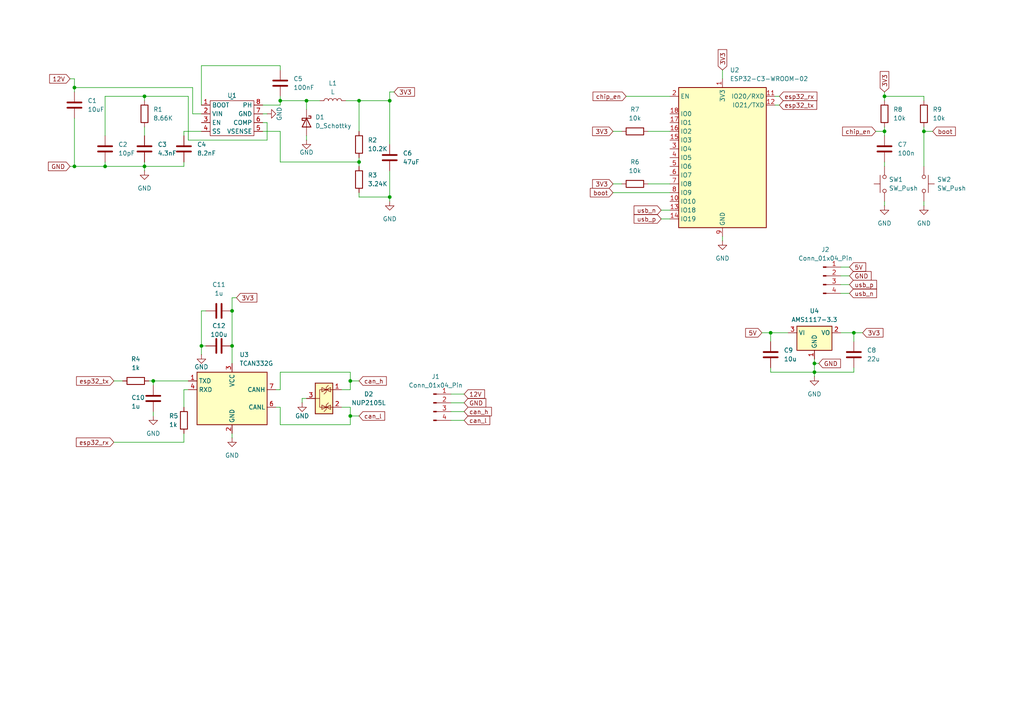
<source format=kicad_sch>
(kicad_sch (version 20250114) (generator "eeschema") (generator_version "9.0")
  (paper "A4")
  (lib_symbols
    (symbol "Connector:Conn_01x04_Pin" (pin_names (offset 1.016) (hide yes))
      (property "Reference" "J" (at 0 5.08 0))
      (property "Value" "Conn_01x04_Pin" (at 0 -7.62 0))
      (symbol "Conn_01x04_Pin_1_1"
        (rectangle (start 0.8636 2.667) (end 0 2.413) (stroke (width 0.1524)) (fill (type outline)))
        (rectangle (start 0.8636 0.127) (end 0 -0.127) (stroke (width 0.1524)) (fill (type outline)))
        (rectangle (start 0.8636 -2.413) (end 0 -2.667) (stroke (width 0.1524)) (fill (type outline)))
        (rectangle (start 0.8636 -4.953) (end 0 -5.207) (stroke (width 0.1524)) (fill (type outline)))
        (polyline (pts (xy 1.27 2.54) (xy 0.8636 2.54)) (stroke (width 0.1524)))
        (polyline (pts (xy 1.27 0) (xy 0.8636 0)) (stroke (width 0.1524)))
        (polyline (pts (xy 1.27 -2.54) (xy 0.8636 -2.54)) (stroke (width 0.1524)))
        (polyline (pts (xy 1.27 -5.08) (xy 0.8636 -5.08)) (stroke (width 0.1524)))
        (pin passive line (at 5.08 2.54 180) (length 3.81) (name "Pin_1") (number "1"))
        (pin passive line (at 5.08 0 180) (length 3.81) (name "Pin_2") (number "2"))
        (pin passive line (at 5.08 -2.54 180) (length 3.81) (name "Pin_3") (number "3"))
        (pin passive line (at 5.08 -5.08 180) (length 3.81) (name "Pin_4") (number "4"))
      )
    )
    (symbol "Device:C" (pin_numbers (hide yes)) (pin_names (offset 0.254))
      (property "Reference" "C" (at 0.635 2.54 0))
      (property "Value" "C" (at 0.635 -2.54 0))
      (symbol "C_0_1"
        (polyline (pts (xy -2.032 0.762) (xy 2.032 0.762)) (stroke (width 0.508)))
        (polyline (pts (xy -2.032 -0.762) (xy 2.032 -0.762)) (stroke (width 0.508)))
      )
      (symbol "C_1_1"
        (pin passive line (at 0 3.81 270) (length 2.794) (name "~") (number "1"))
        (pin passive line (at 0 -3.81 90) (length 2.794) (name "~") (number "2"))
      )
    )
    (symbol "Device:D_Schottky" (pin_numbers (hide yes)) (pin_names (offset 1.016) (hide yes))
      (property "Reference" "D" (at 0 2.54 0))
      (property "Value" "D_Schottky" (at 0 -2.54 0))
      (symbol "D_Schottky_0_1"
        (polyline (pts (xy -1.905 0.635) (xy -1.905 1.27) (xy -1.27 1.27) (xy -1.27 -1.27) (xy -0.635 -1.27) (xy -0.635 -0.635)) (stroke (width 0.254)))
        (polyline (pts (xy 1.27 1.27) (xy 1.27 -1.27) (xy -1.27 0) (xy 1.27 1.27)) (stroke (width 0.254)))
        (polyline (pts (xy 1.27 0) (xy -1.27 0)))
      )
      (symbol "D_Schottky_1_1"
        (pin passive line (at -3.81 0 0) (length 2.54) (name "K") (number "1"))
        (pin passive line (at 3.81 0 180) (length 2.54) (name "A") (number "2"))
      )
    )
    (symbol "Device:L" (pin_numbers (hide yes)) (pin_names (offset 1.016) (hide yes))
      (property "Reference" "L" (at -1.27 0 90))
      (property "Value" "L" (at 1.905 0 90))
      (symbol "L_0_1"
        (arc (start 0 2.54) (mid 0.6323 1.905) (end 0 1.27))
        (arc (start 0 1.27) (mid 0.6323 0.635) (end 0 0))
        (arc (start 0 0) (mid 0.6323 -0.635) (end 0 -1.27))
        (arc (start 0 -1.27) (mid 0.6323 -1.905) (end 0 -2.54))
      )
      (symbol "L_1_1"
        (pin passive line (at 0 3.81 270) (length 1.27) (name "1") (number "1"))
        (pin passive line (at 0 -3.81 90) (length 1.27) (name "2") (number "2"))
      )
    )
    (symbol "Device:R" (pin_numbers (hide yes)) (pin_names (offset 0))
      (property "Reference" "R" (at 2.032 0 90))
      (property "Value" "R" (at 0 0 90))
      (symbol "R_0_1"
        (rectangle (start -1.016 -2.54) (end 1.016 2.54) (stroke (width 0.254)))
      )
      (symbol "R_1_1"
        (pin passive line (at 0 3.81 270) (length 1.27) (name "~") (number "1"))
        (pin passive line (at 0 -3.81 90) (length 1.27) (name "~") (number "2"))
      )
    )
    (symbol "Interface_CAN_LIN:TCAN332G"
      (property "Reference" "U" (at -10.16 8.89 0))
      (property "Value" "TCAN332G" (at 2.54 8.89 0))
      (symbol "TCAN332G_0_1"
        (rectangle (start -10.16 7.62) (end 10.16 -7.62) (stroke (width 0.254)) (fill (type background)))
      )
      (symbol "TCAN332G_1_1"
        (pin input line (at -12.7 5.08 0) (length 2.54) (name "TXD") (number "1"))
        (pin tri_state line (at -12.7 2.54 0) (length 2.54) (name "RXD") (number "4"))
        (pin no_connect line (at -10.16 -2.54 0) (length 2.54) (hide yes) (name "NC") (number "5"))
        (pin no_connect line (at -10.16 -5.08 0) (length 2.54) (hide yes) (name "NC") (number "8"))
        (pin power_in line (at 0 10.16 270) (length 2.54) (name "VCC") (number "3"))
        (pin power_in line (at 0 -10.16 90) (length 2.54) (name "GND") (number "2"))
        (pin bidirectional line (at 12.7 2.54 180) (length 2.54) (name "CANH") (number "7"))
        (pin bidirectional line (at 12.7 -2.54 180) (length 2.54) (name "CANL") (number "6"))
      )
    )
    (symbol "Power_Protection:NUP2105L" (pin_names (hide yes))
      (property "Reference" "D" (at 5.715 2.54 0))
      (property "Value" "NUP2105L" (at 5.715 0.635 0))
      (symbol "NUP2105L_0_0"
        (pin passive line (at 0 -5.08 90) (length 2.54) (name "A") (number "3"))
      )
      (symbol "NUP2105L_0_1"
        (rectangle (start -4.445 2.54) (end 4.445 -2.54) (stroke (width 0.254)) (fill (type background)))
        (polyline (pts (xy -3.81 1.27) (xy -3.175 0.635) (xy -1.905 0.635) (xy -1.27 0)))
        (polyline (pts (xy -2.54 2.54) (xy -2.54 0.635)))
        (polyline (pts (xy -2.54 0.635) (xy -2.54 -1.27) (xy 2.54 -1.27) (xy 2.54 0.635)))
        (polyline (pts (xy -2.54 0.635) (xy -1.905 -0.635) (xy -3.175 -0.635) (xy -2.54 0.635)))
        (polyline (pts (xy -2.54 0.635) (xy -3.175 1.905) (xy -1.905 1.905) (xy -2.54 0.635) (xy -2.54 1.27)))
        (polyline (pts (xy 0 -1.27) (xy 0 -2.54)))
        (polyline (pts (xy 1.27 1.27) (xy 1.905 0.635) (xy 2.54 0.635) (xy 3.175 0.635) (xy 3.81 0)))
        (polyline (pts (xy 2.54 2.54) (xy 2.54 0.635)))
        (polyline (pts (xy 2.54 0.635) (xy 1.905 -0.635) (xy 3.175 -0.635) (xy 2.54 0.635)))
        (polyline (pts (xy 2.54 0.635) (xy 3.175 1.905) (xy 1.905 1.905) (xy 2.54 0.635)))
      )
      (symbol "NUP2105L_1_1"
        (pin passive line (at -2.54 5.08 270) (length 2.54) (name "K") (number "1"))
        (pin passive line (at 2.54 5.08 270) (length 2.54) (name "K") (number "2"))
      )
    )
    (symbol "RF_Module:ESP32-C3-WROOM-02"
      (property "Reference" "U" (at -12.192 21.336 0))
      (property "Value" "ESP32-C3-WROOM-02" (at 12.192 21.336 0))
      (symbol "ESP32-C3-WROOM-02_1_1"
        (rectangle (start -12.7 20.32) (end 12.7 -20.32) (stroke (width 0.254)) (fill (type background)))
        (pin input line (at -15.24 17.78 0) (length 2.54) (name "EN") (number "2"))
        (pin bidirectional line (at -15.24 12.7 0) (length 2.54) (name "IO0") (number "18"))
        (pin bidirectional line (at -15.24 10.16 0) (length 2.54) (name "IO1") (number "17"))
        (pin bidirectional line (at -15.24 7.62 0) (length 2.54) (name "IO2") (number "16"))
        (pin bidirectional line (at -15.24 5.08 0) (length 2.54) (name "IO3") (number "15"))
        (pin bidirectional line (at -15.24 2.54 0) (length 2.54) (name "IO4") (number "3"))
        (pin bidirectional line (at -15.24 0 0) (length 2.54) (name "IO5") (number "4"))
        (pin bidirectional line (at -15.24 -2.54 0) (length 2.54) (name "IO6") (number "5"))
        (pin bidirectional line (at -15.24 -5.08 0) (length 2.54) (name "IO7") (number "6"))
        (pin bidirectional line (at -15.24 -7.62 0) (length 2.54) (name "IO8") (number "7"))
        (pin bidirectional line (at -15.24 -10.16 0) (length 2.54) (name "IO9") (number "8"))
        (pin bidirectional line (at -15.24 -12.7 0) (length 2.54) (name "IO10") (number "10"))
        (pin bidirectional line (at -15.24 -15.24 0) (length 2.54) (name "IO18") (number "13"))
        (pin bidirectional line (at -15.24 -17.78 0) (length 2.54) (name "IO19") (number "14"))
        (pin power_in line (at 0 22.86 270) (length 2.54) (name "3V3") (number "1"))
        (pin passive line (at 0 -22.86 90) (length 2.54) (hide yes) (name "GND") (number "19"))
        (pin power_in line (at 0 -22.86 90) (length 2.54) (name "GND") (number "9"))
        (pin bidirectional line (at 15.24 17.78 180) (length 2.54) (name "IO20/RXD") (number "11"))
        (pin bidirectional line (at 15.24 15.24 180) (length 2.54) (name "IO21/TXD") (number "12"))
      )
    )
    (symbol "Regulator_Linear:AMS1117-3.3"
      (property "Reference" "U" (at -3.81 3.175 0))
      (property "Value" "AMS1117-3.3" (at 0 3.175 0))
      (symbol "AMS1117-3.3_0_1"
        (rectangle (start -5.08 -5.08) (end 5.08 1.905) (stroke (width 0.254)) (fill (type background)))
      )
      (symbol "AMS1117-3.3_1_1"
        (pin power_in line (at -7.62 0 0) (length 2.54) (name "VI") (number "3"))
        (pin power_in line (at 0 -7.62 90) (length 2.54) (name "GND") (number "1"))
        (pin power_out line (at 7.62 0 180) (length 2.54) (name "VO") (number "2"))
      )
    )
    (symbol "Switch:SW_Push" (pin_numbers (hide yes)) (pin_names (offset 1.016) (hide yes))
      (property "Reference" "SW" (at 1.27 2.54 0))
      (property "Value" "SW_Push" (at 0 -1.524 0))
      (symbol "SW_Push_0_1"
        (circle (center -2.032 0) (radius 0.508))
        (polyline (pts (xy 0 1.27) (xy 0 3.048)))
        (circle (center 2.032 0) (radius 0.508))
        (polyline (pts (xy 2.54 1.27) (xy -2.54 1.27)))
        (pin passive line (at -5.08 0 0) (length 2.54) (name "1") (number "1"))
        (pin passive line (at 5.08 0 180) (length 2.54) (name "2") (number "2"))
      )
    )
    (symbol "power:GND" (power) (pin_numbers (hide yes)) (pin_names (offset 0) (hide yes))
      (property "Value" "GND" (at 0 -3.81 0))
      (symbol "GND_0_1"
        (polyline (pts (xy 0 0) (xy 0 -1.27) (xy 1.27 -1.27) (xy 0 -2.54) (xy -1.27 -1.27) (xy 0 -1.27)))
      )
      (symbol "GND_1_1"
        (pin power_in line (at 0 0 270) (length 0) (name "~") (number "1"))
      )
    )
    (symbol "regulator_switch:TPS54331"
      (property "Reference" "U1" (at 0 6.604 0))
      (property "Value" "~" (at 0 5.588 0))
      (symbol "TPS54331_0_1"
        (rectangle (start -6.35 5.08) (end 6.35 -5.08))
      )
      (symbol "TPS54331_1_1"
        (pin input line (at -8.89 3.81 0) (length 2.54) (name "BOOT") (number "1"))
        (pin input line (at -8.89 1.27 0) (length 2.54) (name "VIN") (number "2"))
        (pin input line (at -8.89 -1.27 0) (length 2.54) (name "EN") (number "3"))
        (pin input line (at -8.89 -3.81 0) (length 2.54) (name "SS") (number "4"))
        (pin input line (at 8.89 3.81 180) (length 2.54) (name "PH") (number "8"))
        (pin input line (at 8.89 1.27 180) (length 2.54) (name "GND") (number "7"))
        (pin input line (at 8.89 -1.27 180) (length 2.54) (name "COMP") (number "6"))
        (pin input line (at 8.89 -3.81 180) (length 2.54) (name "VSENSE") (number "5"))
      )
    )
  )
  (junction (at 104.14 29.21))
  (junction (at 67.31 100.33))
  (junction (at 236.22 107.95))
  (junction (at 236.22 105.41))
  (junction (at 256.54 38.1))
  (junction (at 30.48 48.26))
  (junction (at 44.45 110.49))
  (junction (at 81.28 29.21))
  (junction (at 223.52 96.52))
  (junction (at 267.97 38.1))
  (junction (at 41.91 27.94))
  (junction (at 21.59 48.26))
  (junction (at 256.54 27.94))
  (junction (at 113.03 29.21))
  (junction (at 21.59 25.4))
  (junction (at 247.65 96.52))
  (junction (at 41.91 48.26))
  (junction (at 101.6 110.49))
  (junction (at 101.6 120.65))
  (junction (at 113.03 57.15))
  (junction (at 67.31 90.17))
  (junction (at 88.9 29.21))
  (junction (at 58.42 100.33))
  (junction (at 104.14 46.99))
  (wire (pts (xy 41.91 36.83) (xy 41.91 39.37)))
  (wire (pts (xy 187.96 53.34) (xy 194.31 53.34)))
  (wire (pts (xy 113.03 57.15) (xy 113.03 58.42)))
  (wire (pts (xy 58.42 38.1) (xy 53.34 38.1)))
  (wire (pts (xy 267.97 58.42) (xy 267.97 59.69)))
  (wire (pts (xy 130.81 116.84) (xy 134.62 116.84)))
  (wire (pts (xy 101.6 110.49) (xy 101.6 107.95)))
  (wire (pts (xy 243.84 80.01) (xy 246.38 80.01)))
  (wire (pts (xy 33.02 128.27) (xy 53.34 128.27)))
  (wire (pts (xy 224.79 30.48) (xy 226.06 30.48)))
  (wire (pts (xy 223.52 107.95) (xy 236.22 107.95)))
  (wire (pts (xy 87.63 115.57) (xy 87.63 116.84)))
  (wire (pts (xy 228.6 96.52) (xy 223.52 96.52)))
  (wire (pts (xy 30.48 48.26) (xy 41.91 48.26)))
  (wire (pts (xy 236.22 105.41) (xy 236.22 107.95)))
  (wire (pts (xy 104.14 57.15) (xy 104.14 55.88)))
  (wire (pts (xy 58.42 90.17) (xy 58.42 100.33)))
  (wire (pts (xy 267.97 38.1) (xy 267.97 48.26)))
  (wire (pts (xy 58.42 100.33) (xy 58.42 102.87)))
  (wire (pts (xy 209.55 68.58) (xy 209.55 69.85)))
  (wire (pts (xy 104.14 45.72) (xy 104.14 46.99)))
  (wire (pts (xy 130.81 119.38) (xy 134.62 119.38)))
  (wire (pts (xy 41.91 27.94) (xy 30.48 27.94)))
  (wire (pts (xy 68.58 86.36) (xy 67.31 86.36)))
  (wire (pts (xy 58.42 33.02) (xy 55.88 33.02)))
  (wire (pts (xy 67.31 90.17) (xy 67.31 100.33)))
  (wire (pts (xy 99.06 118.11) (xy 101.6 118.11)))
  (wire (pts (xy 256.54 38.1) (xy 254 38.1)))
  (wire (pts (xy 21.59 48.26) (xy 30.48 48.26)))
  (wire (pts (xy 81.28 38.1) (xy 76.2 38.1)))
  (wire (pts (xy 41.91 48.26) (xy 41.91 46.99)))
  (wire (pts (xy 20.32 48.26) (xy 21.59 48.26)))
  (wire (pts (xy 256.54 46.99) (xy 256.54 48.26)))
  (wire (pts (xy 43.18 110.49) (xy 44.45 110.49)))
  (wire (pts (xy 58.42 19.05) (xy 81.28 19.05)))
  (wire (pts (xy 80.01 118.11) (xy 81.28 118.11)))
  (wire (pts (xy 236.22 105.41) (xy 237.49 105.41)))
  (wire (pts (xy 30.48 48.26) (xy 30.48 46.99)))
  (wire (pts (xy 247.65 106.68) (xy 247.65 107.95)))
  (wire (pts (xy 81.28 29.21) (xy 88.9 29.21)))
  (wire (pts (xy 223.52 106.68) (xy 223.52 107.95)))
  (wire (pts (xy 247.65 107.95) (xy 236.22 107.95)))
  (wire (pts (xy 67.31 86.36) (xy 67.31 90.17)))
  (wire (pts (xy 256.54 27.94) (xy 256.54 29.21)))
  (wire (pts (xy 243.84 96.52) (xy 247.65 96.52)))
  (wire (pts (xy 54.61 40.64) (xy 54.61 27.94)))
  (wire (pts (xy 44.45 110.49) (xy 54.61 110.49)))
  (wire (pts (xy 243.84 85.09) (xy 246.38 85.09)))
  (wire (pts (xy 41.91 48.26) (xy 41.91 49.53)))
  (wire (pts (xy 21.59 34.29) (xy 21.59 48.26)))
  (wire (pts (xy 177.8 55.88) (xy 194.31 55.88)))
  (wire (pts (xy 181.61 27.94) (xy 194.31 27.94)))
  (wire (pts (xy 101.6 120.65) (xy 101.6 123.19)))
  (wire (pts (xy 223.52 96.52) (xy 223.52 99.06)))
  (wire (pts (xy 41.91 27.94) (xy 54.61 27.94)))
  (wire (pts (xy 267.97 27.94) (xy 267.97 29.21)))
  (wire (pts (xy 81.28 123.19) (xy 101.6 123.19)))
  (wire (pts (xy 92.71 29.21) (xy 88.9 29.21)))
  (wire (pts (xy 53.34 38.1) (xy 53.34 39.37)))
  (wire (pts (xy 191.77 60.96) (xy 194.31 60.96)))
  (wire (pts (xy 130.81 121.92) (xy 134.62 121.92)))
  (wire (pts (xy 58.42 30.48) (xy 58.42 19.05)))
  (wire (pts (xy 243.84 82.55) (xy 246.38 82.55)))
  (wire (pts (xy 53.34 113.03) (xy 53.34 118.11)))
  (wire (pts (xy 99.06 113.03) (xy 101.6 113.03)))
  (wire (pts (xy 81.28 113.03) (xy 80.01 113.03)))
  (wire (pts (xy 33.02 110.49) (xy 35.56 110.49)))
  (wire (pts (xy 113.03 49.53) (xy 113.03 57.15)))
  (wire (pts (xy 236.22 107.95) (xy 236.22 109.22)))
  (wire (pts (xy 55.88 25.4) (xy 21.59 25.4)))
  (wire (pts (xy 41.91 27.94) (xy 41.91 29.21)))
  (wire (pts (xy 236.22 104.14) (xy 236.22 105.41)))
  (wire (pts (xy 53.34 128.27) (xy 53.34 125.73)))
  (wire (pts (xy 44.45 110.49) (xy 44.45 111.76)))
  (wire (pts (xy 209.55 20.32) (xy 209.55 22.86)))
  (wire (pts (xy 101.6 113.03) (xy 101.6 110.49)))
  (wire (pts (xy 104.14 29.21) (xy 104.14 38.1)))
  (wire (pts (xy 101.6 110.49) (xy 104.14 110.49)))
  (wire (pts (xy 21.59 25.4) (xy 21.59 26.67)))
  (wire (pts (xy 113.03 57.15) (xy 104.14 57.15)))
  (wire (pts (xy 58.42 100.33) (xy 59.69 100.33)))
  (wire (pts (xy 113.03 26.67) (xy 113.03 29.21)))
  (wire (pts (xy 77.47 35.56) (xy 77.47 40.64)))
  (wire (pts (xy 177.8 38.1) (xy 180.34 38.1)))
  (wire (pts (xy 81.28 29.21) (xy 81.28 30.48)))
  (wire (pts (xy 256.54 26.67) (xy 256.54 27.94)))
  (wire (pts (xy 256.54 38.1) (xy 256.54 39.37)))
  (wire (pts (xy 256.54 58.42) (xy 256.54 59.69)))
  (wire (pts (xy 104.14 29.21) (xy 113.03 29.21)))
  (wire (pts (xy 81.28 107.95) (xy 101.6 107.95)))
  (wire (pts (xy 21.59 22.86) (xy 21.59 25.4)))
  (wire (pts (xy 113.03 29.21) (xy 113.03 41.91)))
  (wire (pts (xy 88.9 39.37) (xy 88.9 40.64)))
  (wire (pts (xy 247.65 96.52) (xy 250.19 96.52)))
  (wire (pts (xy 53.34 48.26) (xy 53.34 46.99)))
  (wire (pts (xy 81.28 46.99) (xy 81.28 38.1)))
  (wire (pts (xy 30.48 27.94) (xy 30.48 39.37)))
  (wire (pts (xy 76.2 33.02) (xy 77.47 33.02)))
  (wire (pts (xy 101.6 120.65) (xy 104.14 120.65)))
  (wire (pts (xy 81.28 27.94) (xy 81.28 29.21)))
  (wire (pts (xy 220.98 96.52) (xy 223.52 96.52)))
  (wire (pts (xy 104.14 46.99) (xy 81.28 46.99)))
  (wire (pts (xy 101.6 118.11) (xy 101.6 120.65)))
  (wire (pts (xy 104.14 46.99) (xy 104.14 48.26)))
  (wire (pts (xy 267.97 36.83) (xy 267.97 38.1)))
  (wire (pts (xy 88.9 29.21) (xy 88.9 31.75)))
  (wire (pts (xy 77.47 40.64) (xy 54.61 40.64)))
  (wire (pts (xy 58.42 90.17) (xy 59.69 90.17)))
  (wire (pts (xy 243.84 77.47) (xy 246.38 77.47)))
  (wire (pts (xy 191.77 63.5) (xy 194.31 63.5)))
  (wire (pts (xy 114.3 26.67) (xy 113.03 26.67)))
  (wire (pts (xy 41.91 48.26) (xy 53.34 48.26)))
  (wire (pts (xy 256.54 36.83) (xy 256.54 38.1)))
  (wire (pts (xy 20.32 22.86) (xy 21.59 22.86)))
  (wire (pts (xy 130.81 114.3) (xy 134.62 114.3)))
  (wire (pts (xy 67.31 100.33) (xy 67.31 105.41)))
  (wire (pts (xy 67.31 125.73) (xy 67.31 127)))
  (wire (pts (xy 81.28 30.48) (xy 76.2 30.48)))
  (wire (pts (xy 81.28 113.03) (xy 81.28 107.95)))
  (wire (pts (xy 55.88 33.02) (xy 55.88 25.4)))
  (wire (pts (xy 267.97 38.1) (xy 270.51 38.1)))
  (wire (pts (xy 44.45 119.38) (xy 44.45 120.65)))
  (wire (pts (xy 54.61 113.03) (xy 53.34 113.03)))
  (wire (pts (xy 76.2 35.56) (xy 77.47 35.56)))
  (wire (pts (xy 256.54 27.94) (xy 267.97 27.94)))
  (wire (pts (xy 226.06 27.94) (xy 224.79 27.94)))
  (wire (pts (xy 177.8 53.34) (xy 180.34 53.34)))
  (wire (pts (xy 87.63 115.57) (xy 88.9 115.57)))
  (wire (pts (xy 247.65 96.52) (xy 247.65 99.06)))
  (wire (pts (xy 81.28 19.05) (xy 81.28 20.32)))
  (wire (pts (xy 81.28 118.11) (xy 81.28 123.19)))
  (wire (pts (xy 100.33 29.21) (xy 104.14 29.21)))
  (wire (pts (xy 187.96 38.1) (xy 194.31 38.1)))
  (global_label "esp32_rx" (shape input) (at 33.02 128.27 180) (property "Intersheetrefs" "${INTERSHEET_REFS}" (effects (hide yes))))
  (global_label "chip_en" (shape input) (at 254 38.1 180) (property "Intersheetrefs" "${INTERSHEET_REFS}" (effects (hide yes))))
  (global_label "GND" (shape input) (at 134.62 116.84 0) (property "Intersheetrefs" "${INTERSHEET_REFS}" (effects (hide yes))))
  (global_label "can_h" (shape input) (at 134.62 119.38 0) (property "Intersheetrefs" "${INTERSHEET_REFS}" (effects (hide yes))))
  (global_label "3V3" (shape input) (at 250.19 96.52 0) (property "Intersheetrefs" "${INTERSHEET_REFS}" (effects (hide yes))))
  (global_label "usb_n" (shape input) (at 246.38 85.09 0) (property "Intersheetrefs" "${INTERSHEET_REFS}" (effects (hide yes))))
  (global_label "3V3" (shape input) (at 177.8 53.34 180) (property "Intersheetrefs" "${INTERSHEET_REFS}" (effects (hide yes))))
  (global_label "GND" (shape input) (at 237.49 105.41 0) (property "Intersheetrefs" "${INTERSHEET_REFS}" (effects (hide yes))))
  (global_label "esp32_tx" (shape input) (at 33.02 110.49 180) (property "Intersheetrefs" "${INTERSHEET_REFS}" (effects (hide yes))))
  (global_label "boot" (shape input) (at 177.8 55.88 180) (property "Intersheetrefs" "${INTERSHEET_REFS}" (effects (hide yes))))
  (global_label "3V3" (shape input) (at 177.8 38.1 180) (property "Intersheetrefs" "${INTERSHEET_REFS}" (effects (hide yes))))
  (global_label "GND" (shape input) (at 20.32 48.26 180) (property "Intersheetrefs" "${INTERSHEET_REFS}" (effects (hide yes))))
  (global_label "3V3" (shape input) (at 209.55 20.32 90) (property "Intersheetrefs" "${INTERSHEET_REFS}" (effects (hide yes))))
  (global_label "GND" (shape input) (at 246.38 80.01 0) (property "Intersheetrefs" "${INTERSHEET_REFS}" (effects (hide yes))))
  (global_label "can_l" (shape input) (at 134.62 121.92 0) (property "Intersheetrefs" "${INTERSHEET_REFS}" (effects (hide yes))))
  (global_label "3V3" (shape input) (at 114.3 26.67 0) (property "Intersheetrefs" "${INTERSHEET_REFS}" (effects (hide yes))))
  (global_label "5V" (shape input) (at 220.98 96.52 180) (property "Intersheetrefs" "${INTERSHEET_REFS}" (effects (hide yes))))
  (global_label "esp32_rx" (shape input) (at 226.06 27.94 0) (property "Intersheetrefs" "${INTERSHEET_REFS}" (effects (hide yes))))
  (global_label "can_h" (shape input) (at 104.14 110.49 0) (property "Intersheetrefs" "${INTERSHEET_REFS}" (effects (hide yes))))
  (global_label "12V" (shape input) (at 134.62 114.3 0) (property "Intersheetrefs" "${INTERSHEET_REFS}" (effects (hide yes))))
  (global_label "5V" (shape input) (at 246.38 77.47 0) (property "Intersheetrefs" "${INTERSHEET_REFS}" (effects (hide yes))))
  (global_label "3V3" (shape input) (at 256.54 26.67 90) (property "Intersheetrefs" "${INTERSHEET_REFS}" (effects (hide yes))))
  (global_label "esp32_tx" (shape input) (at 226.06 30.48 0) (property "Intersheetrefs" "${INTERSHEET_REFS}" (effects (hide yes))))
  (global_label "12V" (shape input) (at 20.32 22.86 180) (property "Intersheetrefs" "${INTERSHEET_REFS}" (effects (hide yes))))
  (global_label "can_l" (shape input) (at 104.14 120.65 0) (property "Intersheetrefs" "${INTERSHEET_REFS}" (effects (hide yes))))
  (global_label "usb_p" (shape input) (at 246.38 82.55 0) (property "Intersheetrefs" "${INTERSHEET_REFS}" (effects (hide yes))))
  (global_label "usb_p" (shape input) (at 191.77 63.5 180) (property "Intersheetrefs" "${INTERSHEET_REFS}" (effects (hide yes))))
  (global_label "usb_n" (shape input) (at 191.77 60.96 180) (property "Intersheetrefs" "${INTERSHEET_REFS}" (effects (hide yes))))
  (global_label "boot" (shape input) (at 270.51 38.1 0) (property "Intersheetrefs" "${INTERSHEET_REFS}" (effects (hide yes))))
  (global_label "3V3" (shape input) (at 68.58 86.36 0) (property "Intersheetrefs" "${INTERSHEET_REFS}" (effects (hide yes))))
  (global_label "chip_en" (shape input) (at 181.61 27.94 180) (property "Intersheetrefs" "${INTERSHEET_REFS}" (effects (hide yes))))
  (symbol (lib_id "power:GND") (at 41.91 49.53 0) (unit 1)
    (property "Reference" "#PWR02" (effects (hide yes)))
    (property "Value" "GND" (at 41.91 54.61 0))
    (property "Description" "Power symbol creates a global label with name \"GND\" , ground" (effects (hide yes)))
  )
  (symbol (lib_id "Device:C") (at 256.54 43.18 0) (unit 1)
    (property "Reference" "C7" (at 260.35 41.9099 0) (effects (justify left)))
    (property "Value" "100n" (at 260.35 44.4499 0) (effects (justify left)))
    (property "Footprint" "Capacitor_SMD:C_0201_0603Metric" (effects (hide yes)))
    (property "Description" "Unpolarized capacitor" (effects (hide yes)))
  )
  (symbol (lib_id "Device:C") (at 247.65 102.87 0) (unit 1)
    (property "Reference" "C8" (at 251.46 101.5999 0) (effects (justify left)))
    (property "Value" "22u" (at 251.46 104.1399 0) (effects (justify left)))
    (property "Footprint" "Capacitor_SMD:C_1206_3216Metric" (effects (hide yes)))
    (property "Description" "Unpolarized capacitor" (effects (hide yes)))
  )
  (symbol (lib_id "power:GND") (at 44.45 120.65 0) (unit 1)
    (property "Reference" "#PWR010" (effects (hide yes)))
    (property "Value" "GND" (at 44.45 125.73 0))
    (property "Description" "Power symbol creates a global label with name \"GND\" , ground" (effects (hide yes)))
  )
  (symbol (lib_id "Power_Protection:NUP2105L") (at 93.98 115.57 270) (unit 1)
    (property "Reference" "D2" (at 106.934 114.3 90))
    (property "Value" "NUP2105L" (at 106.934 116.84 90))
    (property "Footprint" "Package_TO_SOT_SMD:SOT-23" (effects (hide yes)))
    (property "Datasheet" "https://www.onsemi.com/pub_link/Collateral/NUP2105L-D.PDF" (effects (hide yes)))
    (property "Description" "Dual Line CAN Bus Protector, 24Vrwm" (effects (hide yes)))
  )
  (symbol (lib_id "Device:R") (at 104.14 52.07 0) (unit 1)
    (property "Reference" "R3" (at 106.68 50.7999 0) (effects (justify left)))
    (property "Value" "3.24K" (at 106.68 53.3399 0) (effects (justify left)))
    (property "Footprint" "Resistor_SMD:R_0402_1005Metric" (effects (hide yes)))
    (property "Description" "Resistor" (effects (hide yes)))
  )
  (symbol (lib_id "power:GND") (at 256.54 59.69 0) (unit 1)
    (property "Reference" "#PWR07" (effects (hide yes)))
    (property "Value" "GND" (at 256.54 64.77 0))
    (property "Description" "Power symbol creates a global label with name \"GND\" , ground" (effects (hide yes)))
  )
  (symbol (lib_id "Device:D_Schottky") (at 88.9 35.56 270) (unit 1)
    (property "Reference" "D1" (at 91.44 33.9724 90) (effects (justify left)))
    (property "Value" "D_Schottky" (at 91.44 36.5124 90) (effects (justify left)))
    (property "Footprint" "Diode_SMD:D_SMF" (effects (hide yes)))
    (property "Datasheet" "https://download.siliconexpert.com/pdfs/2016/6/23/7/52/25/619/vsh_/manual/701582923671303sl02.pdf" (effects (hide yes)))
    (property "Description" "Schottky diode" (effects (hide yes)))
  )
  (symbol (lib_id "Device:R") (at 41.91 33.02 0) (unit 1)
    (property "Reference" "R1" (at 44.45 31.7499 0) (effects (justify left)))
    (property "Value" "8.66K" (at 44.45 34.2899 0) (effects (justify left)))
    (property "Footprint" "Resistor_SMD:R_0402_1005Metric" (effects (hide yes)))
    (property "Description" "Resistor" (effects (hide yes)))
  )
  (symbol (lib_id "Device:C") (at 63.5 90.17 90) (unit 1)
    (property "Reference" "C11" (at 63.5 82.55 90))
    (property "Value" "1u" (at 63.5 85.09 90))
    (property "Footprint" "Capacitor_SMD:C_0201_0603Metric" (effects (hide yes)))
    (property "Description" "Unpolarized capacitor" (effects (hide yes)))
  )
  (symbol (lib_id "Device:R") (at 267.97 33.02 0) (unit 1)
    (property "Reference" "R9" (at 270.51 31.7499 0) (effects (justify left)))
    (property "Value" "10k" (at 270.51 34.2899 0) (effects (justify left)))
    (property "Footprint" "Resistor_SMD:R_0201_0603Metric" (effects (hide yes)))
    (property "Description" "Resistor" (effects (hide yes)))
  )
  (symbol (lib_id "Connector:Conn_01x04_Pin") (at 238.76 80.01 0) (unit 1)
    (property "Reference" "J2" (at 239.395 72.39 0))
    (property "Value" "Conn_01x04_Pin" (at 239.395 74.93 0))
    (property "Footprint" "through_hole:obd_main_pins" (effects (hide yes)))
    (property "Description" "Generic connector, single row, 01x04, script generated" (effects (hide yes)))
  )
  (symbol (lib_id "Device:R") (at 39.37 110.49 90) (unit 1)
    (property "Reference" "R4" (at 39.37 104.14 90))
    (property "Value" "1k" (at 39.37 106.68 90))
    (property "Footprint" "Resistor_SMD:R_0402_1005Metric" (effects (hide yes)))
    (property "Description" "Resistor" (effects (hide yes)))
  )
  (symbol (lib_id "Device:R") (at 184.15 53.34 90) (unit 1)
    (property "Reference" "R6" (at 184.15 46.99 90))
    (property "Value" "10k" (at 184.15 49.53 90))
    (property "Footprint" "Resistor_SMD:R_0201_0603Metric" (effects (hide yes)))
    (property "Description" "Resistor" (effects (hide yes)))
  )
  (symbol (lib_id "power:GND") (at 58.42 102.87 0) (unit 1)
    (property "Reference" "#PWR09" (effects (hide yes)))
    (property "Value" "GND" (at 58.42 106.426 0))
    (property "Description" "Power symbol creates a global label with name \"GND\" , ground" (effects (hide yes)))
  )
  (symbol (lib_id "Connector:Conn_01x04_Pin") (at 125.73 116.84 0) (unit 1)
    (property "Reference" "J1" (at 126.365 109.22 0))
    (property "Value" "Conn_01x04_Pin" (at 126.365 111.76 0))
    (property "Footprint" "through_hole:obd_main_pins" (effects (hide yes)))
    (property "Description" "Generic connector, single row, 01x04, script generated" (effects (hide yes)))
  )
  (symbol (lib_id "power:GND") (at 67.31 127 0) (unit 1)
    (property "Reference" "#PWR06" (effects (hide yes)))
    (property "Value" "GND" (at 67.31 132.08 0))
    (property "Description" "Power symbol creates a global label with name \"GND\" , ground" (effects (hide yes)))
  )
  (symbol (lib_id "Switch:SW_Push") (at 256.54 53.34 90) (unit 1)
    (property "Reference" "SW1" (at 257.81 52.0699 90) (effects (justify right)))
    (property "Value" "SW_Push" (at 257.81 54.6099 90) (effects (justify right)))
    (property "Footprint" "Button_Switch_SMD:SW_SPST_B3U-1000P" (effects (hide yes)))
    (property "Description" "Push button switch, generic, two pins" (effects (hide yes)))
  )
  (symbol (lib_id "Device:C") (at 44.45 115.57 0) (unit 1)
    (property "Reference" "C10" (at 38.1 115.316 0) (effects (justify left)))
    (property "Value" "1u" (at 38.1 117.856 0) (effects (justify left)))
    (property "Footprint" "Capacitor_SMD:C_0201_0603Metric" (effects (hide yes)))
    (property "Description" "Unpolarized capacitor" (effects (hide yes)))
  )
  (symbol (lib_id "RF_Module:ESP32-C3-WROOM-02") (at 209.55 45.72 0) (unit 1)
    (property "Reference" "U2" (at 211.6933 20.32 0) (effects (justify left)))
    (property "Value" "ESP32-C3-WROOM-02" (at 211.6933 22.86 0) (effects (justify left)))
    (property "Footprint" "RF_Module:ESP32-C3-WROOM-02" (effects (hide yes)))
    (property "Datasheet" "https://www.espressif.com/sites/default/files/documentation/esp32-c3-wroom-02_datasheet_en.pdf" (effects (hide yes)))
    (property "Description" "802.11 b/g/n Wi­Fi and Bluetooth 5 module, ESP32­C3 SoC, RISC­V microprocessor, On-board antenna" (effects (hide yes)))
  )
  (symbol (lib_id "Device:C") (at 63.5 100.33 90) (unit 1)
    (property "Reference" "C12" (at 63.5 94.488 90))
    (property "Value" "100u" (at 63.5 97.028 90))
    (property "Footprint" "Capacitor_SMD:C_0201_0603Metric" (effects (hide yes)))
    (property "Description" "Unpolarized capacitor" (effects (hide yes)))
  )
  (symbol (lib_id "Device:C") (at 223.52 102.87 0) (unit 1)
    (property "Reference" "C9" (at 227.33 101.5999 0) (effects (justify left)))
    (property "Value" "10u" (at 227.33 104.1399 0) (effects (justify left)))
    (property "Footprint" "Capacitor_SMD:C_1206_3216Metric" (effects (hide yes)))
    (property "Description" "Unpolarized capacitor" (effects (hide yes)))
  )
  (symbol (lib_id "Device:L") (at 96.52 29.21 90) (unit 1)
    (property "Reference" "L1" (at 96.52 24.13 90))
    (property "Value" "L" (at 96.52 26.67 90))
    (property "Footprint" "Inductor_SMD:L_Cenker_CKCS6045" (effects (hide yes)))
    (property "Datasheet" "https://www.bourns.com/data/global/pdfs/SRN6045.pdf" (effects (hide yes)))
    (property "Description" "Inductor" (effects (hide yes)))
  )
  (symbol (lib_id "Switch:SW_Push") (at 267.97 53.34 270) (unit 1)
    (property "Reference" "SW2" (at 271.78 52.0699 90) (effects (justify left)))
    (property "Value" "SW_Push" (at 271.78 54.6099 90) (effects (justify left)))
    (property "Footprint" "Button_Switch_SMD:SW_SPST_B3U-1000P" (effects (hide yes)))
    (property "Description" "Push button switch, generic, two pins" (effects (hide yes)))
  )
  (symbol (lib_id "Interface_CAN_LIN:TCAN332G") (at 67.31 115.57 0) (unit 1)
    (property "Reference" "U3" (at 69.4533 102.87 0) (effects (justify left)))
    (property "Value" "TCAN332G" (at 69.4533 105.41 0) (effects (justify left)))
    (property "Footprint" "Package_TO_SOT_SMD:SOT-23-8" (effects (hide yes)))
    (property "Datasheet" "http://www.ti.com/lit/ds/symlink/tcan337.pdf" (effects (hide yes)))
    (property "Description" "High-Speed CAN Transceiver with CAN FD, 5Mbps, 3.3V supply, SOT-23-8/SOIC-8" (effects (hide yes)))
  )
  (symbol (lib_id "power:GND") (at 87.63 116.84 0) (unit 1)
    (property "Reference" "#PWR011" (effects (hide yes)))
    (property "Value" "GND" (at 87.63 120.65 0))
    (property "Description" "Power symbol creates a global label with name \"GND\" , ground" (effects (hide yes)))
  )
  (symbol (lib_id "power:GND") (at 267.97 59.69 0) (unit 1)
    (property "Reference" "#PWR08" (effects (hide yes)))
    (property "Value" "GND" (at 267.97 64.77 0))
    (property "Description" "Power symbol creates a global label with name \"GND\" , ground" (effects (hide yes)))
  )
  (symbol (lib_id "Device:C") (at 113.03 45.72 0) (unit 1)
    (property "Reference" "C6" (at 116.84 44.4499 0) (effects (justify left)))
    (property "Value" "47uF" (at 116.84 46.9899 0) (effects (justify left)))
    (property "Footprint" "Capacitor_SMD:C_1210_3225Metric" (effects (hide yes)))
    (property "Description" "Unpolarized capacitor" (effects (hide yes)))
  )
  (symbol (lib_id "regulator_switch:TPS54331") (at 67.31 34.29 0) (unit 1)
    (property "Reference" "U1" (at 67.31 27.686 0))
    (property "Value" "~" (at 67.31 28.702 0))
    (property "Footprint" "Package_SO:SOIC-8_3.9x4.9mm_P1.27mm" (effects (hide yes)))
    (property "Datasheet" "https://www.ti.com/lit/ds/symlink/tps54331.pdf" (effects (hide yes)))
  )
  (symbol (lib_id "Regulator_Linear:AMS1117-3.3") (at 236.22 96.52 0) (unit 1)
    (property "Reference" "U4" (at 236.22 90.17 0))
    (property "Value" "AMS1117-3.3" (at 236.22 92.71 0))
    (property "Footprint" "Package_TO_SOT_SMD:SOT-223-3_TabPin2" (effects (hide yes)))
    (property "Datasheet" "http://www.advanced-monolithic.com/pdf/ds1117.pdf" (effects (hide yes)))
    (property "Description" "1A Low Dropout regulator, positive, 3.3V fixed output, SOT-223" (effects (hide yes)))
  )
  (symbol (lib_id "Device:R") (at 104.14 41.91 0) (unit 1)
    (property "Reference" "R2" (at 106.68 40.6399 0) (effects (justify left)))
    (property "Value" "10.2K" (at 106.68 43.1799 0) (effects (justify left)))
    (property "Footprint" "Resistor_SMD:R_0402_1005Metric" (effects (hide yes)))
    (property "Description" "Resistor" (effects (hide yes)))
  )
  (symbol (lib_id "Device:R") (at 184.15 38.1 90) (unit 1)
    (property "Reference" "R7" (at 184.15 31.75 90))
    (property "Value" "10k" (at 184.15 34.29 90))
    (property "Footprint" "Resistor_SMD:R_0201_0603Metric" (effects (hide yes)))
    (property "Description" "Resistor" (effects (hide yes)))
  )
  (symbol (lib_id "power:GND") (at 113.03 58.42 0) (unit 1)
    (property "Reference" "#PWR04" (effects (hide yes)))
    (property "Value" "GND" (at 113.03 63.5 0))
    (property "Description" "Power symbol creates a global label with name \"GND\" , ground" (effects (hide yes)))
  )
  (symbol (lib_id "power:GND") (at 236.22 109.22 0) (unit 1)
    (property "Reference" "#PWR012" (effects (hide yes)))
    (property "Value" "GND" (at 236.22 114.3 0))
    (property "Description" "Power symbol creates a global label with name \"GND\" , ground" (effects (hide yes)))
  )
  (symbol (lib_id "Device:C") (at 21.59 30.48 0) (unit 1)
    (property "Reference" "C1" (at 25.4 29.2099 0) (effects (justify left)))
    (property "Value" "10uF" (at 25.4 31.7499 0) (effects (justify left)))
    (property "Footprint" "Capacitor_SMD:C_1210_3225Metric" (effects (hide yes)))
    (property "Description" "Unpolarized capacitor" (effects (hide yes)))
  )
  (symbol (lib_id "power:GND") (at 77.47 33.02 90) (unit 1)
    (property "Reference" "#PWR03" (effects (hide yes)))
    (property "Value" "GND" (at 81.026 33.02 0))
    (property "Description" "Power symbol creates a global label with name \"GND\" , ground" (effects (hide yes)))
  )
  (symbol (lib_id "Device:C") (at 41.91 43.18 0) (unit 1)
    (property "Reference" "C3" (at 45.72 41.9099 0) (effects (justify left)))
    (property "Value" "4.3nF" (at 45.72 44.4499 0) (effects (justify left)))
    (property "Footprint" "Capacitor_SMD:C_0201_0603Metric" (effects (hide yes)))
    (property "Description" "Unpolarized capacitor" (effects (hide yes)))
  )
  (symbol (lib_id "Device:C") (at 53.34 43.18 0) (unit 1)
    (property "Reference" "C4" (at 57.15 41.9099 0) (effects (justify left)))
    (property "Value" "8.2nF" (at 57.15 44.4499 0) (effects (justify left)))
    (property "Footprint" "Capacitor_SMD:C_0201_0603Metric" (effects (hide yes)))
    (property "Description" "Unpolarized capacitor" (effects (hide yes)))
  )
  (symbol (lib_id "Device:C") (at 30.48 43.18 0) (unit 1)
    (property "Reference" "C2" (at 34.29 41.9099 0) (effects (justify left)))
    (property "Value" "10pF" (at 34.29 44.4499 0) (effects (justify left)))
    (property "Footprint" "Capacitor_SMD:C_0805_2012Metric" (effects (hide yes)))
    (property "Description" "Unpolarized capacitor" (effects (hide yes)))
  )
  (symbol (lib_id "power:GND") (at 209.55 69.85 0) (unit 1)
    (property "Reference" "#PWR05" (effects (hide yes)))
    (property "Value" "GND" (at 209.55 74.93 0))
    (property "Description" "Power symbol creates a global label with name \"GND\" , ground" (effects (hide yes)))
  )
  (symbol (lib_id "Device:R") (at 256.54 33.02 0) (unit 1)
    (property "Reference" "R8" (at 259.08 31.7499 0) (effects (justify left)))
    (property "Value" "10k" (at 259.08 34.2899 0) (effects (justify left)))
    (property "Footprint" "Resistor_SMD:R_0201_0603Metric" (effects (hide yes)))
    (property "Description" "Resistor" (effects (hide yes)))
  )
  (symbol (lib_id "power:GND") (at 88.9 40.64 0) (unit 1)
    (property "Reference" "#PWR01" (effects (hide yes)))
    (property "Value" "GND" (at 88.9 44.196 0))
    (property "Description" "Power symbol creates a global label with name \"GND\" , ground" (effects (hide yes)))
  )
  (symbol (lib_id "Device:R") (at 53.34 121.92 0) (unit 1)
    (property "Reference" "R5" (at 49.022 120.65 0) (effects (justify left)))
    (property "Value" "1k" (at 49.022 123.19 0) (effects (justify left)))
    (property "Footprint" "Resistor_SMD:R_0402_1005Metric" (effects (hide yes)))
    (property "Description" "Resistor" (effects (hide yes)))
  )
  (symbol (lib_id "Device:C") (at 81.28 24.13 0) (unit 1)
    (property "Reference" "C5" (at 85.09 22.8599 0) (effects (justify left)))
    (property "Value" "100nF" (at 85.09 25.3999 0) (effects (justify left)))
    (property "Footprint" "Capacitor_SMD:C_0805_2012Metric" (effects (hide yes)))
    (property "Description" "Unpolarized capacitor" (effects (hide yes)))
  )
)
</source>
